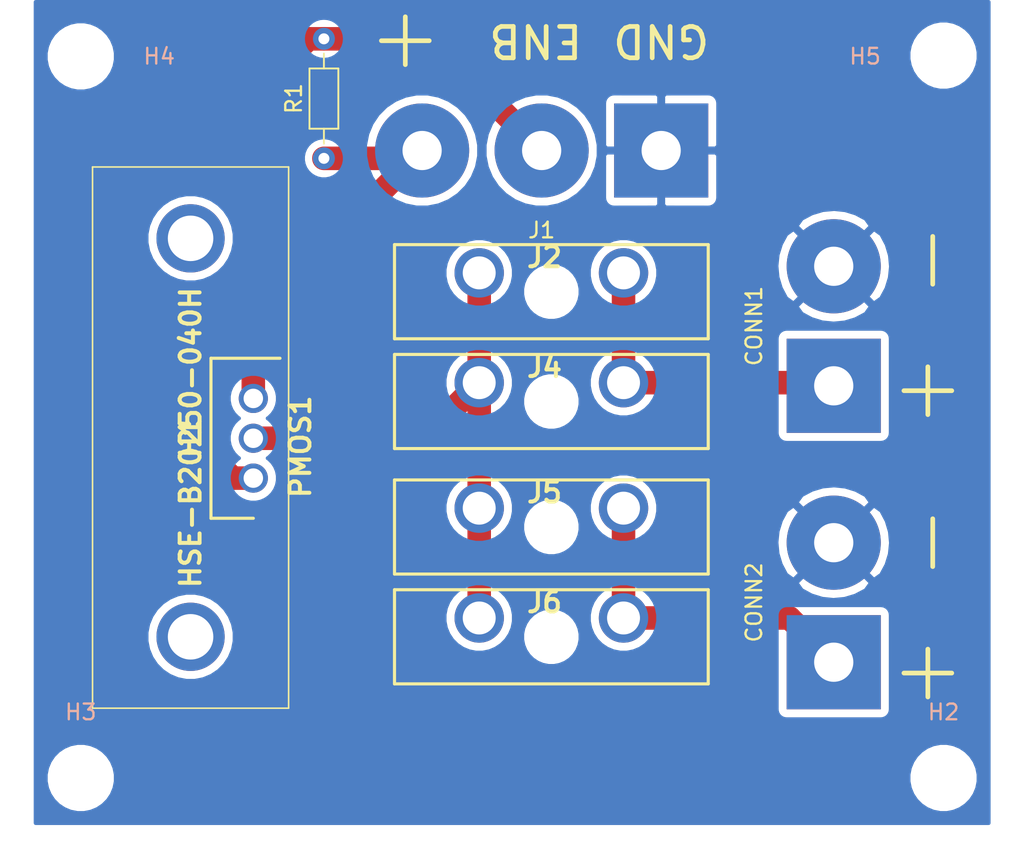
<source format=kicad_pcb>
(kicad_pcb (version 20171130) (host pcbnew "(5.1.4)-1")

  (general
    (thickness 1.6)
    (drawings 7)
    (tracks 25)
    (zones 0)
    (modules 14)
    (nets 9)
  )

  (page A4)
  (layers
    (0 F.Cu signal)
    (31 B.Cu signal)
    (32 B.Adhes user)
    (33 F.Adhes user)
    (34 B.Paste user)
    (35 F.Paste user)
    (36 B.SilkS user)
    (37 F.SilkS user)
    (38 B.Mask user)
    (39 F.Mask user)
    (40 Dwgs.User user)
    (41 Cmts.User user)
    (42 Eco1.User user)
    (43 Eco2.User user)
    (44 Edge.Cuts user)
    (45 Margin user)
    (46 B.CrtYd user)
    (47 F.CrtYd user)
    (48 B.Fab user)
    (49 F.Fab user)
  )

  (setup
    (last_trace_width 1.5)
    (trace_clearance 0.2)
    (zone_clearance 0.508)
    (zone_45_only no)
    (trace_min 0.2)
    (via_size 0.8)
    (via_drill 0.4)
    (via_min_size 0.4)
    (via_min_drill 0.3)
    (uvia_size 0.3)
    (uvia_drill 0.1)
    (uvias_allowed no)
    (uvia_min_size 0.2)
    (uvia_min_drill 0.1)
    (edge_width 0.05)
    (segment_width 0.2)
    (pcb_text_width 0.3)
    (pcb_text_size 1.5 1.5)
    (mod_edge_width 0.12)
    (mod_text_size 1 1)
    (mod_text_width 0.15)
    (pad_size 1.524 1.524)
    (pad_drill 0.762)
    (pad_to_mask_clearance 0.051)
    (solder_mask_min_width 0.25)
    (aux_axis_origin 0 0)
    (visible_elements 7FFFFFFF)
    (pcbplotparams
      (layerselection 0x010fc_ffffffff)
      (usegerberextensions false)
      (usegerberattributes false)
      (usegerberadvancedattributes false)
      (creategerberjobfile false)
      (excludeedgelayer true)
      (linewidth 0.100000)
      (plotframeref false)
      (viasonmask false)
      (mode 1)
      (useauxorigin false)
      (hpglpennumber 1)
      (hpglpenspeed 20)
      (hpglpendiameter 15.000000)
      (psnegative false)
      (psa4output false)
      (plotreference true)
      (plotvalue true)
      (plotinvisibletext false)
      (padsonsilk false)
      (subtractmaskfromsilk false)
      (outputformat 1)
      (mirror false)
      (drillshape 1)
      (scaleselection 1)
      (outputdirectory ""))
  )

  (net 0 "")
  (net 1 GND)
  (net 2 "Net-(CONN1-Pad1)")
  (net 3 "Net-(CONN2-Pad1)")
  (net 4 "Net-(J1-Pad3)")
  (net 5 "Net-(J1-Pad2)")
  (net 6 "Net-(J2-Pad1)")
  (net 7 "Net-(H1-Pad2)")
  (net 8 "Net-(H1-Pad1)")

  (net_class Default "This is the default net class."
    (clearance 0.2)
    (trace_width 1.5)
    (via_dia 0.8)
    (via_drill 0.4)
    (uvia_dia 0.3)
    (uvia_drill 0.1)
    (add_net GND)
    (add_net "Net-(CONN1-Pad1)")
    (add_net "Net-(CONN2-Pad1)")
    (add_net "Net-(H1-Pad1)")
    (add_net "Net-(H1-Pad2)")
    (add_net "Net-(J1-Pad2)")
    (add_net "Net-(J1-Pad3)")
    (add_net "Net-(J2-Pad1)")
  )

  (module Resistor_THT:R_Axial_DIN0204_L3.6mm_D1.6mm_P7.62mm_Horizontal (layer F.Cu) (tedit 5AE5139B) (tstamp 5D9BFCA7)
    (at 129.5 67.5 90)
    (descr "Resistor, Axial_DIN0204 series, Axial, Horizontal, pin pitch=7.62mm, 0.167W, length*diameter=3.6*1.6mm^2, http://cdn-reichelt.de/documents/datenblatt/B400/1_4W%23YAG.pdf")
    (tags "Resistor Axial_DIN0204 series Axial Horizontal pin pitch 7.62mm 0.167W length 3.6mm diameter 1.6mm")
    (path /5D9CA0C3)
    (fp_text reference R1 (at 3.81 -1.92 90) (layer F.SilkS)
      (effects (font (size 1 1) (thickness 0.15)))
    )
    (fp_text value R (at 3.81 1.92 90) (layer F.Fab)
      (effects (font (size 1 1) (thickness 0.15)))
    )
    (fp_text user %R (at 3.81 0 90) (layer F.Fab)
      (effects (font (size 0.72 0.72) (thickness 0.108)))
    )
    (fp_line (start 8.57 -1.05) (end -0.95 -1.05) (layer F.CrtYd) (width 0.05))
    (fp_line (start 8.57 1.05) (end 8.57 -1.05) (layer F.CrtYd) (width 0.05))
    (fp_line (start -0.95 1.05) (end 8.57 1.05) (layer F.CrtYd) (width 0.05))
    (fp_line (start -0.95 -1.05) (end -0.95 1.05) (layer F.CrtYd) (width 0.05))
    (fp_line (start 6.68 0) (end 5.73 0) (layer F.SilkS) (width 0.12))
    (fp_line (start 0.94 0) (end 1.89 0) (layer F.SilkS) (width 0.12))
    (fp_line (start 5.73 -0.92) (end 1.89 -0.92) (layer F.SilkS) (width 0.12))
    (fp_line (start 5.73 0.92) (end 5.73 -0.92) (layer F.SilkS) (width 0.12))
    (fp_line (start 1.89 0.92) (end 5.73 0.92) (layer F.SilkS) (width 0.12))
    (fp_line (start 1.89 -0.92) (end 1.89 0.92) (layer F.SilkS) (width 0.12))
    (fp_line (start 7.62 0) (end 5.61 0) (layer F.Fab) (width 0.1))
    (fp_line (start 0 0) (end 2.01 0) (layer F.Fab) (width 0.1))
    (fp_line (start 5.61 -0.8) (end 2.01 -0.8) (layer F.Fab) (width 0.1))
    (fp_line (start 5.61 0.8) (end 5.61 -0.8) (layer F.Fab) (width 0.1))
    (fp_line (start 2.01 0.8) (end 5.61 0.8) (layer F.Fab) (width 0.1))
    (fp_line (start 2.01 -0.8) (end 2.01 0.8) (layer F.Fab) (width 0.1))
    (pad 2 thru_hole oval (at 7.62 0 90) (size 1.4 1.4) (drill 0.7) (layers *.Cu *.Mask)
      (net 5 "Net-(J1-Pad2)"))
    (pad 1 thru_hole circle (at 0 0 90) (size 1.4 1.4) (drill 0.7) (layers *.Cu *.Mask)
      (net 4 "Net-(J1-Pad3)"))
    (model ${KISYS3DMOD}/Resistor_THT.3dshapes/R_Axial_DIN0204_L3.6mm_D1.6mm_P7.62mm_Horizontal.wrl
      (at (xyz 0 0 0))
      (scale (xyz 1 1 1))
      (rotate (xyz 0 0 0))
    )
  )

  (module MountingHole:MountingHole_3.2mm_M3 (layer F.Cu) (tedit 56D1B4CB) (tstamp 5D9BF146)
    (at 169 60.95)
    (descr "Mounting Hole 3.2mm, no annular, M3")
    (tags "mounting hole 3.2mm no annular m3")
    (path /5D9C15C6)
    (attr virtual)
    (fp_text reference H5 (at -5 0.05) (layer B.SilkS)
      (effects (font (size 1 1) (thickness 0.15)))
    )
    (fp_text value MountingHole (at 0 4.2) (layer F.Fab)
      (effects (font (size 1 1) (thickness 0.15)))
    )
    (fp_circle (center 0 0) (end 3.45 0) (layer F.CrtYd) (width 0.05))
    (fp_circle (center 0 0) (end 3.2 0) (layer Cmts.User) (width 0.15))
    (fp_text user %R (at 0.3 0) (layer F.Fab)
      (effects (font (size 1 1) (thickness 0.15)))
    )
    (pad 1 np_thru_hole circle (at 0 0) (size 3.2 3.2) (drill 3.2) (layers *.Cu *.Mask))
  )

  (module MountingHole:MountingHole_3.2mm_M3 (layer F.Cu) (tedit 56D1B4CB) (tstamp 5D9BF13E)
    (at 114 61)
    (descr "Mounting Hole 3.2mm, no annular, M3")
    (tags "mounting hole 3.2mm no annular m3")
    (path /5D9C0B50)
    (attr virtual)
    (fp_text reference H4 (at 5 0) (layer B.SilkS)
      (effects (font (size 1 1) (thickness 0.15)))
    )
    (fp_text value MountingHole (at 0 4.2) (layer F.Fab)
      (effects (font (size 1 1) (thickness 0.15)))
    )
    (fp_circle (center 0 0) (end 3.45 0) (layer F.CrtYd) (width 0.05))
    (fp_circle (center 0 0) (end 3.2 0) (layer Cmts.User) (width 0.15))
    (fp_text user %R (at 0.3 0) (layer F.Fab)
      (effects (font (size 1 1) (thickness 0.15)))
    )
    (pad 1 np_thru_hole circle (at 0 0) (size 3.2 3.2) (drill 3.2) (layers *.Cu *.Mask))
  )

  (module MountingHole:MountingHole_3.2mm_M3 (layer F.Cu) (tedit 56D1B4CB) (tstamp 5D9BF136)
    (at 114 107)
    (descr "Mounting Hole 3.2mm, no annular, M3")
    (tags "mounting hole 3.2mm no annular m3")
    (path /5D9BF700)
    (attr virtual)
    (fp_text reference H3 (at 0 -4.2) (layer B.SilkS)
      (effects (font (size 1 1) (thickness 0.15)))
    )
    (fp_text value MountingHole (at 0 4.2) (layer F.Fab)
      (effects (font (size 1 1) (thickness 0.15)))
    )
    (fp_circle (center 0 0) (end 3.45 0) (layer F.CrtYd) (width 0.05))
    (fp_circle (center 0 0) (end 3.2 0) (layer Cmts.User) (width 0.15))
    (fp_text user %R (at 0.3 0) (layer F.Fab)
      (effects (font (size 1 1) (thickness 0.15)))
    )
    (pad 1 np_thru_hole circle (at 0 0) (size 3.2 3.2) (drill 3.2) (layers *.Cu *.Mask))
  )

  (module MountingHole:MountingHole_3.2mm_M3 (layer F.Cu) (tedit 56D1B4CB) (tstamp 5D9BF12E)
    (at 169 107)
    (descr "Mounting Hole 3.2mm, no annular, M3")
    (tags "mounting hole 3.2mm no annular m3")
    (path /5D9C0051)
    (attr virtual)
    (fp_text reference H2 (at 0 -4.2) (layer B.SilkS)
      (effects (font (size 1 1) (thickness 0.15)))
    )
    (fp_text value MountingHole (at 0 4.2) (layer F.Fab)
      (effects (font (size 1 1) (thickness 0.15)))
    )
    (fp_circle (center 0 0) (end 3.45 0) (layer F.CrtYd) (width 0.05))
    (fp_circle (center 0 0) (end 3.2 0) (layer Cmts.User) (width 0.15))
    (fp_text user %R (at 0.3 0) (layer F.Fab)
      (effects (font (size 1 1) (thickness 0.15)))
    )
    (pad 1 np_thru_hole circle (at 0 0) (size 3.2 3.2) (drill 3.2) (layers *.Cu *.Mask))
  )

  (module LibraryLoader:HSEB20250040H (layer F.Cu) (tedit 0) (tstamp 5D95A5F5)
    (at 121 98 90)
    (descr HSE-B20250-040H-2)
    (tags Hardware)
    (path /5D9636D1)
    (fp_text reference H1 (at 12.7 0 90) (layer F.SilkS)
      (effects (font (size 1.27 1.27) (thickness 0.254)))
    )
    (fp_text value HSE-B20250-040H (at 12.7 0 90) (layer F.SilkS)
      (effects (font (size 1.27 1.27) (thickness 0.254)))
    )
    (fp_line (start -5.55 7.25) (end -5.55 -7.25) (layer F.CrtYd) (width 0.1))
    (fp_line (start 30.95 7.25) (end -5.55 7.25) (layer F.CrtYd) (width 0.1))
    (fp_line (start 30.95 -7.25) (end 30.95 7.25) (layer F.CrtYd) (width 0.1))
    (fp_line (start -5.55 -7.25) (end 30.95 -7.25) (layer F.CrtYd) (width 0.1))
    (fp_line (start -4.55 6.25) (end -4.55 -6.25) (layer F.SilkS) (width 0.1))
    (fp_line (start 29.95 6.25) (end -4.55 6.25) (layer F.SilkS) (width 0.1))
    (fp_line (start 29.95 -6.25) (end 29.95 6.25) (layer F.SilkS) (width 0.1))
    (fp_line (start -4.55 -6.25) (end 29.95 -6.25) (layer F.SilkS) (width 0.1))
    (fp_line (start -4.55 6.25) (end -4.55 -6.25) (layer F.Fab) (width 0.2))
    (fp_line (start 29.95 6.25) (end -4.55 6.25) (layer F.Fab) (width 0.2))
    (fp_line (start 29.95 -6.25) (end 29.95 6.25) (layer F.Fab) (width 0.2))
    (fp_line (start -4.55 -6.25) (end 29.95 -6.25) (layer F.Fab) (width 0.2))
    (fp_text user %R (at 12.7 0 90) (layer F.Fab)
      (effects (font (size 1.27 1.27) (thickness 0.254)))
    )
    (pad 2 thru_hole circle (at 25.4 0 90) (size 4.35 4.35) (drill 2.9) (layers *.Cu *.Mask)
      (net 7 "Net-(H1-Pad2)"))
    (pad 1 thru_hole circle (at 0 0 90) (size 4.35 4.35) (drill 2.9) (layers *.Cu *.Mask)
      (net 8 "Net-(H1-Pad1)"))
    (model "C:\\Users\\jklei\\KiCad Libs\\SamacSys_Parts.3dshapes\\HSE-B20250-040H.stp"
      (at (xyz 0 0 0))
      (scale (xyz 1 1 1))
      (rotate (xyz 0 0 0))
    )
  )

  (module LibraryLoader:TO254P440X1000X2110-3P (layer F.Cu) (tedit 0) (tstamp 5D954EEF)
    (at 125 87.884 90)
    (descr IPP120P04P4L03AKSA1)
    (tags "MOSFET (P-Channel)")
    (path /5D9583CA)
    (fp_text reference PMOS1 (at 2 3 90) (layer F.SilkS)
      (effects (font (size 1.27 1.27) (thickness 0.254)))
    )
    (fp_text value IPP120P04P4L03AKSA1 (at 0 0 90) (layer F.SilkS) hide
      (effects (font (size 1.27 1.27) (thickness 0.254)))
    )
    (fp_line (start -2.56 -2.7) (end -2.56 0) (layer F.SilkS) (width 0.2))
    (fp_line (start 7.64 -2.7) (end -2.56 -2.7) (layer F.SilkS) (width 0.2))
    (fp_line (start 7.64 1.7) (end 7.64 -2.7) (layer F.SilkS) (width 0.2))
    (fp_line (start -2.56 -1.43) (end -1.29 -2.7) (layer F.Fab) (width 0.1))
    (fp_line (start -2.56 1.7) (end -2.56 -2.7) (layer F.Fab) (width 0.1))
    (fp_line (start 7.64 1.7) (end -2.56 1.7) (layer F.Fab) (width 0.1))
    (fp_line (start 7.64 -2.7) (end 7.64 1.7) (layer F.Fab) (width 0.1))
    (fp_line (start -2.56 -2.7) (end 7.64 -2.7) (layer F.Fab) (width 0.1))
    (fp_line (start -2.81 1.95) (end -2.81 -2.95) (layer F.CrtYd) (width 0.05))
    (fp_line (start 7.89 1.95) (end -2.81 1.95) (layer F.CrtYd) (width 0.05))
    (fp_line (start 7.89 -2.95) (end 7.89 1.95) (layer F.CrtYd) (width 0.05))
    (fp_line (start -2.81 -2.95) (end 7.89 -2.95) (layer F.CrtYd) (width 0.05))
    (fp_text user %R (at 0 0 90) (layer F.Fab)
      (effects (font (size 1.27 1.27) (thickness 0.254)))
    )
    (pad 3 thru_hole circle (at 5.08 0 90) (size 1.86 1.86) (drill 1.24) (layers *.Cu *.Mask)
      (net 4 "Net-(J1-Pad3)"))
    (pad 2 thru_hole circle (at 2.54 0 90) (size 1.86 1.86) (drill 1.24) (layers *.Cu *.Mask)
      (net 6 "Net-(J2-Pad1)"))
    (pad 1 thru_hole circle (at 0 0 90) (size 1.86 1.86) (drill 1.24) (layers *.Cu *.Mask)
      (net 5 "Net-(J1-Pad2)"))
    (model "C:\\Users\\jklei\\KiCad Libs\\SamacSys_Parts.3dshapes\\IPP120P04P4L03AKSA1.stp"
      (at (xyz 0 0 0))
      (scale (xyz 1 1 1))
      (rotate (xyz 0 0 0))
    )
  )

  (module LibraryLoader:178.6164.0002_1 (layer F.Cu) (tedit 0) (tstamp 5D954EDB)
    (at 144 98)
    (descr 178.6164.0002_1)
    (tags Connector)
    (path /5D9583D7)
    (fp_text reference J6 (at -0.437 -2.197) (layer F.SilkS)
      (effects (font (size 1.27 1.27) (thickness 0.254)))
    )
    (fp_text value 178.6164.0002 (at -0.437 -2.197) (layer F.SilkS) hide
      (effects (font (size 1.27 1.27) (thickness 0.254)))
    )
    (fp_line (start -10 3) (end -10 -3) (layer F.Fab) (width 0.2))
    (fp_line (start 10 3) (end -10 3) (layer F.Fab) (width 0.2))
    (fp_line (start 10 -3) (end 10 3) (layer F.Fab) (width 0.2))
    (fp_line (start -10 -3) (end 10 -3) (layer F.Fab) (width 0.2))
    (fp_line (start -10 3) (end -10 -3) (layer F.SilkS) (width 0.2))
    (fp_line (start 10 3) (end -10 3) (layer F.SilkS) (width 0.2))
    (fp_line (start 10 -3) (end 10 3) (layer F.SilkS) (width 0.2))
    (fp_line (start -10 -3) (end 10 -3) (layer F.SilkS) (width 0.2))
    (fp_text user %R (at -0.437 -2.197) (layer F.Fab)
      (effects (font (size 1.27 1.27) (thickness 0.254)))
    )
    (pad 3 np_thru_hole circle (at 0 0) (size 2.45 0) (drill 2.45) (layers *.Cu *.Mask))
    (pad 2 thru_hole circle (at 4.6 -1.2) (size 3.15 3.15) (drill 2.1) (layers *.Cu *.Mask)
      (net 3 "Net-(CONN2-Pad1)"))
    (pad 1 thru_hole circle (at -4.6 -1.2) (size 3.15 3.15) (drill 2.1) (layers *.Cu *.Mask)
      (net 6 "Net-(J2-Pad1)"))
  )

  (module LibraryLoader:178.6164.0002_1 (layer F.Cu) (tedit 0) (tstamp 5D954ECB)
    (at 144 91)
    (descr 178.6164.0002_1)
    (tags Connector)
    (path /5D9583E3)
    (fp_text reference J5 (at -0.437 -2.197) (layer F.SilkS)
      (effects (font (size 1.27 1.27) (thickness 0.254)))
    )
    (fp_text value 178.6164.0002 (at -0.437 -2.197) (layer F.SilkS) hide
      (effects (font (size 1.27 1.27) (thickness 0.254)))
    )
    (fp_line (start -10 3) (end -10 -3) (layer F.Fab) (width 0.2))
    (fp_line (start 10 3) (end -10 3) (layer F.Fab) (width 0.2))
    (fp_line (start 10 -3) (end 10 3) (layer F.Fab) (width 0.2))
    (fp_line (start -10 -3) (end 10 -3) (layer F.Fab) (width 0.2))
    (fp_line (start -10 3) (end -10 -3) (layer F.SilkS) (width 0.2))
    (fp_line (start 10 3) (end -10 3) (layer F.SilkS) (width 0.2))
    (fp_line (start 10 -3) (end 10 3) (layer F.SilkS) (width 0.2))
    (fp_line (start -10 -3) (end 10 -3) (layer F.SilkS) (width 0.2))
    (fp_text user %R (at -0.437 -2.197) (layer F.Fab)
      (effects (font (size 1.27 1.27) (thickness 0.254)))
    )
    (pad 3 np_thru_hole circle (at 0 0) (size 2.45 0) (drill 2.45) (layers *.Cu *.Mask))
    (pad 2 thru_hole circle (at 4.6 -1.2) (size 3.15 3.15) (drill 2.1) (layers *.Cu *.Mask)
      (net 3 "Net-(CONN2-Pad1)"))
    (pad 1 thru_hole circle (at -4.6 -1.2) (size 3.15 3.15) (drill 2.1) (layers *.Cu *.Mask)
      (net 6 "Net-(J2-Pad1)"))
  )

  (module LibraryLoader:178.6164.0002_1 (layer F.Cu) (tedit 0) (tstamp 5D954EBB)
    (at 144 83)
    (descr 178.6164.0002_1)
    (tags Connector)
    (path /5D9583EF)
    (fp_text reference J4 (at -0.437 -2.197) (layer F.SilkS)
      (effects (font (size 1.27 1.27) (thickness 0.254)))
    )
    (fp_text value 178.6164.0002 (at -0.437 -2.197) (layer F.SilkS) hide
      (effects (font (size 1.27 1.27) (thickness 0.254)))
    )
    (fp_line (start -10 3) (end -10 -3) (layer F.Fab) (width 0.2))
    (fp_line (start 10 3) (end -10 3) (layer F.Fab) (width 0.2))
    (fp_line (start 10 -3) (end 10 3) (layer F.Fab) (width 0.2))
    (fp_line (start -10 -3) (end 10 -3) (layer F.Fab) (width 0.2))
    (fp_line (start -10 3) (end -10 -3) (layer F.SilkS) (width 0.2))
    (fp_line (start 10 3) (end -10 3) (layer F.SilkS) (width 0.2))
    (fp_line (start 10 -3) (end 10 3) (layer F.SilkS) (width 0.2))
    (fp_line (start -10 -3) (end 10 -3) (layer F.SilkS) (width 0.2))
    (fp_text user %R (at -0.437 -2.197) (layer F.Fab)
      (effects (font (size 1.27 1.27) (thickness 0.254)))
    )
    (pad 3 np_thru_hole circle (at 0 0) (size 2.45 0) (drill 2.45) (layers *.Cu *.Mask))
    (pad 2 thru_hole circle (at 4.6 -1.2) (size 3.15 3.15) (drill 2.1) (layers *.Cu *.Mask)
      (net 2 "Net-(CONN1-Pad1)"))
    (pad 1 thru_hole circle (at -4.6 -1.2) (size 3.15 3.15) (drill 2.1) (layers *.Cu *.Mask)
      (net 6 "Net-(J2-Pad1)"))
  )

  (module LibraryLoader:178.6164.0002_1 (layer F.Cu) (tedit 0) (tstamp 5D954E9F)
    (at 144 76)
    (descr 178.6164.0002_1)
    (tags Connector)
    (path /5D9583FB)
    (fp_text reference J2 (at -0.437 -2.197) (layer F.SilkS)
      (effects (font (size 1.27 1.27) (thickness 0.254)))
    )
    (fp_text value 178.6164.0002 (at -0.437 -2.197) (layer F.SilkS) hide
      (effects (font (size 1.27 1.27) (thickness 0.254)))
    )
    (fp_line (start -10 3) (end -10 -3) (layer F.Fab) (width 0.2))
    (fp_line (start 10 3) (end -10 3) (layer F.Fab) (width 0.2))
    (fp_line (start 10 -3) (end 10 3) (layer F.Fab) (width 0.2))
    (fp_line (start -10 -3) (end 10 -3) (layer F.Fab) (width 0.2))
    (fp_line (start -10 3) (end -10 -3) (layer F.SilkS) (width 0.2))
    (fp_line (start 10 3) (end -10 3) (layer F.SilkS) (width 0.2))
    (fp_line (start 10 -3) (end 10 3) (layer F.SilkS) (width 0.2))
    (fp_line (start -10 -3) (end 10 -3) (layer F.SilkS) (width 0.2))
    (fp_text user %R (at -0.437 -2.197) (layer F.Fab)
      (effects (font (size 1.27 1.27) (thickness 0.254)))
    )
    (pad 3 np_thru_hole circle (at 0 0) (size 2.45 0) (drill 2.45) (layers *.Cu *.Mask))
    (pad 2 thru_hole circle (at 4.6 -1.2) (size 3.15 3.15) (drill 2.1) (layers *.Cu *.Mask)
      (net 2 "Net-(CONN1-Pad1)"))
    (pad 1 thru_hole circle (at -4.6 -1.2) (size 3.15 3.15) (drill 2.1) (layers *.Cu *.Mask)
      (net 6 "Net-(J2-Pad1)"))
  )

  (module Connector_Wire:SolderWirePad_1x03_P7.62mm_Drill2.5mm (layer F.Cu) (tedit 5AEE5F9C) (tstamp 5D954E8F)
    (at 151 67 180)
    (descr "Wire solder connection")
    (tags connector)
    (path /5D955CA9)
    (attr virtual)
    (fp_text reference J1 (at 7.62 -5.08) (layer F.SilkS)
      (effects (font (size 1 1) (thickness 0.15)))
    )
    (fp_text value Conn_01x03 (at 7.62 4.445) (layer F.Fab)
      (effects (font (size 1 1) (thickness 0.15)))
    )
    (fp_line (start 18.74 3.5) (end -3.5 3.5) (layer F.CrtYd) (width 0.05))
    (fp_line (start 18.74 3.5) (end 18.74 -3.5) (layer F.CrtYd) (width 0.05))
    (fp_line (start -3.5 -3.5) (end -3.5 3.5) (layer F.CrtYd) (width 0.05))
    (fp_line (start -3.5 -3.5) (end 18.74 -3.5) (layer F.CrtYd) (width 0.05))
    (fp_text user %R (at 7.62 0) (layer F.Fab)
      (effects (font (size 1 1) (thickness 0.15)))
    )
    (pad 3 thru_hole circle (at 15.24 0 180) (size 5.99948 5.99948) (drill 2.49936) (layers *.Cu *.Mask)
      (net 4 "Net-(J1-Pad3)"))
    (pad 2 thru_hole circle (at 7.62 0 180) (size 5.99948 5.99948) (drill 2.49936) (layers *.Cu *.Mask)
      (net 5 "Net-(J1-Pad2)"))
    (pad 1 thru_hole rect (at 0 0 180) (size 5.99948 5.99948) (drill 2.49936) (layers *.Cu *.Mask)
      (net 1 GND))
  )

  (module Connector_Wire:SolderWirePad_1x02_P7.62mm_Drill2.5mm (layer F.Cu) (tedit 5AEE5F2F) (tstamp 5D954E83)
    (at 162 99.62 90)
    (descr "Wire solder connection")
    (tags connector)
    (path /5D958410)
    (attr virtual)
    (fp_text reference CONN2 (at 3.81 -5.08 90) (layer F.SilkS)
      (effects (font (size 1 1) (thickness 0.15)))
    )
    (fp_text value Conn_01x02 (at 3.81 4.445 90) (layer F.Fab)
      (effects (font (size 1 1) (thickness 0.15)))
    )
    (fp_line (start 11.12 3.5) (end -3.5 3.5) (layer F.CrtYd) (width 0.05))
    (fp_line (start 11.12 3.5) (end 11.12 -3.5) (layer F.CrtYd) (width 0.05))
    (fp_line (start -3.5 -3.5) (end -3.5 3.5) (layer F.CrtYd) (width 0.05))
    (fp_line (start -3.5 -3.5) (end 11.12 -3.5) (layer F.CrtYd) (width 0.05))
    (fp_text user %R (at 3.81 0 90) (layer F.Fab)
      (effects (font (size 1 1) (thickness 0.15)))
    )
    (pad 2 thru_hole circle (at 7.62 0 90) (size 5.99948 5.99948) (drill 2.49936) (layers *.Cu *.Mask)
      (net 1 GND))
    (pad 1 thru_hole rect (at 0 0 90) (size 5.99948 5.99948) (drill 2.49936) (layers *.Cu *.Mask)
      (net 3 "Net-(CONN2-Pad1)"))
  )

  (module Connector_Wire:SolderWirePad_1x02_P7.62mm_Drill2.5mm (layer F.Cu) (tedit 5AEE5F2F) (tstamp 5D954E78)
    (at 162 82 90)
    (descr "Wire solder connection")
    (tags connector)
    (path /5D958418)
    (attr virtual)
    (fp_text reference CONN1 (at 3.81 -5.08 90) (layer F.SilkS)
      (effects (font (size 1 1) (thickness 0.15)))
    )
    (fp_text value Conn_01x02 (at 3.81 4.445 90) (layer F.Fab)
      (effects (font (size 1 1) (thickness 0.15)))
    )
    (fp_line (start 11.12 3.5) (end -3.5 3.5) (layer F.CrtYd) (width 0.05))
    (fp_line (start 11.12 3.5) (end 11.12 -3.5) (layer F.CrtYd) (width 0.05))
    (fp_line (start -3.5 -3.5) (end -3.5 3.5) (layer F.CrtYd) (width 0.05))
    (fp_line (start -3.5 -3.5) (end 11.12 -3.5) (layer F.CrtYd) (width 0.05))
    (fp_text user %R (at 3.81 0 90) (layer F.Fab)
      (effects (font (size 1 1) (thickness 0.15)))
    )
    (pad 2 thru_hole circle (at 7.62 0 90) (size 5.99948 5.99948) (drill 2.49936) (layers *.Cu *.Mask)
      (net 1 GND))
    (pad 1 thru_hole rect (at 0 0 90) (size 5.99948 5.99948) (drill 2.49936) (layers *.Cu *.Mask)
      (net 2 "Net-(CONN1-Pad1)"))
  )

  (gr_text ENB (at 143 60 180) (layer F.SilkS) (tstamp 5D95B2DC)
    (effects (font (size 2 2) (thickness 0.3)))
  )
  (gr_text GND (at 151 60 180) (layer F.SilkS) (tstamp 5D95B2DB)
    (effects (font (size 2 2) (thickness 0.3)))
  )
  (gr_text + (at 135 60 270) (layer F.SilkS) (tstamp 5D95B2DA)
    (effects (font (size 4 4) (thickness 0.3)))
  )
  (gr_text + (at 168 82) (layer F.SilkS) (tstamp 5D95B1FC)
    (effects (font (size 4 4) (thickness 0.3)))
  )
  (gr_text - (at 168 74 90) (layer F.SilkS) (tstamp 5D95B1FB)
    (effects (font (size 4 4) (thickness 0.3)))
  )
  (gr_text - (at 168 92 90) (layer F.SilkS)
    (effects (font (size 4 4) (thickness 0.3)))
  )
  (gr_text + (at 168 100) (layer F.SilkS)
    (effects (font (size 4 4) (thickness 0.3)))
  )

  (segment (start 148.6 74.8) (end 148.6 81.8) (width 1.5) (layer F.Cu) (net 2))
  (segment (start 161.8 81.8) (end 162 82) (width 1.5) (layer F.Cu) (net 2))
  (segment (start 148.6 81.8) (end 161.8 81.8) (width 1.5) (layer F.Cu) (net 2))
  (segment (start 159.18 96.8) (end 162 99.62) (width 1.5) (layer F.Cu) (net 3))
  (segment (start 148.6 96.8) (end 159.18 96.8) (width 1.5) (layer F.Cu) (net 3))
  (segment (start 148.6 89.8) (end 148.6 96.8) (width 1.5) (layer F.Cu) (net 3))
  (segment (start 135.26 67.5) (end 135.76 67) (width 1.5) (layer F.Cu) (net 4))
  (segment (start 129.5 67.5) (end 135.26 67.5) (width 1.5) (layer F.Cu) (net 4))
  (segment (start 125 77.76) (end 125 82.804) (width 1.5) (layer F.Cu) (net 4))
  (segment (start 135.76 67) (end 125 77.76) (width 1.5) (layer F.Cu) (net 4))
  (segment (start 136.26 59.88) (end 129.5 59.88) (width 1.5) (layer F.Cu) (net 5))
  (segment (start 143.38 67) (end 136.26 59.88) (width 1.5) (layer F.Cu) (net 5))
  (segment (start 125 63.390051) (end 125 74) (width 1.5) (layer F.Cu) (net 5))
  (segment (start 129.5 59.88) (end 128.510051 59.88) (width 1.5) (layer F.Cu) (net 5))
  (segment (start 128.510051 59.88) (end 125 63.390051) (width 1.5) (layer F.Cu) (net 5))
  (segment (start 125 74) (end 120 79) (width 1.5) (layer F.Cu) (net 5))
  (segment (start 123.684782 87.884) (end 125 87.884) (width 1.5) (layer F.Cu) (net 5))
  (segment (start 120 84.199218) (end 123.684782 87.884) (width 1.5) (layer F.Cu) (net 5))
  (segment (start 120 79) (end 120 84.199218) (width 1.5) (layer F.Cu) (net 5))
  (segment (start 139.4 89.8) (end 139.4 96.8) (width 1.5) (layer F.Cu) (net 6))
  (segment (start 139.4 74.8) (end 139.4 81.8) (width 1.5) (layer F.Cu) (net 6))
  (segment (start 139.4 81.8) (end 139.4 89.8) (width 1.5) (layer F.Cu) (net 6))
  (segment (start 135.856 85.344) (end 139.4 81.8) (width 1.5) (layer F.Cu) (net 6))
  (segment (start 128 85.344) (end 135.856 85.344) (width 1.5) (layer F.Cu) (net 6))
  (segment (start 128 85.344) (end 125 85.344) (width 1.5) (layer F.Cu) (net 6))

  (zone (net 1) (net_name GND) (layer B.Cu) (tstamp 0) (hatch edge 0.508)
    (connect_pads (clearance 0.508))
    (min_thickness 0.254)
    (fill yes (arc_segments 32) (thermal_gap 0.508) (thermal_bridge_width 0.508))
    (polygon
      (pts
        (xy 111 57.405025) (xy 172 57.405025) (xy 172 110) (xy 111 110)
      )
    )
    (filled_polygon
      (pts
        (xy 171.873 109.873) (xy 111.127 109.873) (xy 111.127 106.779872) (xy 111.765 106.779872) (xy 111.765 107.220128)
        (xy 111.85089 107.651925) (xy 112.019369 108.058669) (xy 112.263962 108.424729) (xy 112.575271 108.736038) (xy 112.941331 108.980631)
        (xy 113.348075 109.14911) (xy 113.779872 109.235) (xy 114.220128 109.235) (xy 114.651925 109.14911) (xy 115.058669 108.980631)
        (xy 115.424729 108.736038) (xy 115.736038 108.424729) (xy 115.980631 108.058669) (xy 116.14911 107.651925) (xy 116.235 107.220128)
        (xy 116.235 106.779872) (xy 166.765 106.779872) (xy 166.765 107.220128) (xy 166.85089 107.651925) (xy 167.019369 108.058669)
        (xy 167.263962 108.424729) (xy 167.575271 108.736038) (xy 167.941331 108.980631) (xy 168.348075 109.14911) (xy 168.779872 109.235)
        (xy 169.220128 109.235) (xy 169.651925 109.14911) (xy 170.058669 108.980631) (xy 170.424729 108.736038) (xy 170.736038 108.424729)
        (xy 170.980631 108.058669) (xy 171.14911 107.651925) (xy 171.235 107.220128) (xy 171.235 106.779872) (xy 171.14911 106.348075)
        (xy 170.980631 105.941331) (xy 170.736038 105.575271) (xy 170.424729 105.263962) (xy 170.058669 105.019369) (xy 169.651925 104.85089)
        (xy 169.220128 104.765) (xy 168.779872 104.765) (xy 168.348075 104.85089) (xy 167.941331 105.019369) (xy 167.575271 105.263962)
        (xy 167.263962 105.575271) (xy 167.019369 105.941331) (xy 166.85089 106.348075) (xy 166.765 106.779872) (xy 116.235 106.779872)
        (xy 116.14911 106.348075) (xy 115.980631 105.941331) (xy 115.736038 105.575271) (xy 115.424729 105.263962) (xy 115.058669 105.019369)
        (xy 114.651925 104.85089) (xy 114.220128 104.765) (xy 113.779872 104.765) (xy 113.348075 104.85089) (xy 112.941331 105.019369)
        (xy 112.575271 105.263962) (xy 112.263962 105.575271) (xy 112.019369 105.941331) (xy 111.85089 106.348075) (xy 111.765 106.779872)
        (xy 111.127 106.779872) (xy 111.127 97.723239) (xy 118.19 97.723239) (xy 118.19 98.276761) (xy 118.297987 98.819647)
        (xy 118.509811 99.331034) (xy 118.817331 99.79127) (xy 119.20873 100.182669) (xy 119.668966 100.490189) (xy 120.180353 100.702013)
        (xy 120.723239 100.81) (xy 121.276761 100.81) (xy 121.819647 100.702013) (xy 122.331034 100.490189) (xy 122.79127 100.182669)
        (xy 123.182669 99.79127) (xy 123.490189 99.331034) (xy 123.702013 98.819647) (xy 123.81 98.276761) (xy 123.81 97.723239)
        (xy 123.702013 97.180353) (xy 123.490189 96.668966) (xy 123.432304 96.582334) (xy 137.19 96.582334) (xy 137.19 97.017666)
        (xy 137.274929 97.444633) (xy 137.441524 97.846827) (xy 137.683381 98.208793) (xy 137.991207 98.516619) (xy 138.353173 98.758476)
        (xy 138.755367 98.925071) (xy 139.182334 99.01) (xy 139.617666 99.01) (xy 140.044633 98.925071) (xy 140.446827 98.758476)
        (xy 140.808793 98.516619) (xy 141.116619 98.208793) (xy 141.358476 97.846827) (xy 141.370911 97.816806) (xy 142.14 97.816806)
        (xy 142.14 98.183194) (xy 142.211479 98.542542) (xy 142.351689 98.881041) (xy 142.555243 99.185681) (xy 142.814319 99.444757)
        (xy 143.118959 99.648311) (xy 143.457458 99.788521) (xy 143.816806 99.86) (xy 144.183194 99.86) (xy 144.542542 99.788521)
        (xy 144.881041 99.648311) (xy 145.185681 99.444757) (xy 145.444757 99.185681) (xy 145.648311 98.881041) (xy 145.788521 98.542542)
        (xy 145.86 98.183194) (xy 145.86 97.816806) (xy 145.788521 97.457458) (xy 145.648311 97.118959) (xy 145.444757 96.814319)
        (xy 145.212772 96.582334) (xy 146.39 96.582334) (xy 146.39 97.017666) (xy 146.474929 97.444633) (xy 146.641524 97.846827)
        (xy 146.883381 98.208793) (xy 147.191207 98.516619) (xy 147.553173 98.758476) (xy 147.955367 98.925071) (xy 148.382334 99.01)
        (xy 148.817666 99.01) (xy 149.244633 98.925071) (xy 149.646827 98.758476) (xy 150.008793 98.516619) (xy 150.316619 98.208793)
        (xy 150.558476 97.846827) (xy 150.725071 97.444633) (xy 150.81 97.017666) (xy 150.81 96.62026) (xy 158.362188 96.62026)
        (xy 158.362188 102.61974) (xy 158.374448 102.744222) (xy 158.410758 102.86392) (xy 158.469723 102.974234) (xy 158.549075 103.070925)
        (xy 158.645766 103.150277) (xy 158.75608 103.209242) (xy 158.875778 103.245552) (xy 159.00026 103.257812) (xy 164.99974 103.257812)
        (xy 165.124222 103.245552) (xy 165.24392 103.209242) (xy 165.354234 103.150277) (xy 165.450925 103.070925) (xy 165.530277 102.974234)
        (xy 165.589242 102.86392) (xy 165.625552 102.744222) (xy 165.637812 102.61974) (xy 165.637812 96.62026) (xy 165.625552 96.495778)
        (xy 165.589242 96.37608) (xy 165.530277 96.265766) (xy 165.450925 96.169075) (xy 165.354234 96.089723) (xy 165.24392 96.030758)
        (xy 165.124222 95.994448) (xy 164.99974 95.982188) (xy 159.00026 95.982188) (xy 158.875778 95.994448) (xy 158.75608 96.030758)
        (xy 158.645766 96.089723) (xy 158.549075 96.169075) (xy 158.469723 96.265766) (xy 158.410758 96.37608) (xy 158.374448 96.495778)
        (xy 158.362188 96.62026) (xy 150.81 96.62026) (xy 150.81 96.582334) (xy 150.725071 96.155367) (xy 150.558476 95.753173)
        (xy 150.316619 95.391207) (xy 150.008793 95.083381) (xy 149.646827 94.841524) (xy 149.244633 94.674929) (xy 148.817666 94.59)
        (xy 148.382334 94.59) (xy 147.955367 94.674929) (xy 147.553173 94.841524) (xy 147.191207 95.083381) (xy 146.883381 95.391207)
        (xy 146.641524 95.753173) (xy 146.474929 96.155367) (xy 146.39 96.582334) (xy 145.212772 96.582334) (xy 145.185681 96.555243)
        (xy 144.881041 96.351689) (xy 144.542542 96.211479) (xy 144.183194 96.14) (xy 143.816806 96.14) (xy 143.457458 96.211479)
        (xy 143.118959 96.351689) (xy 142.814319 96.555243) (xy 142.555243 96.814319) (xy 142.351689 97.118959) (xy 142.211479 97.457458)
        (xy 142.14 97.816806) (xy 141.370911 97.816806) (xy 141.525071 97.444633) (xy 141.61 97.017666) (xy 141.61 96.582334)
        (xy 141.525071 96.155367) (xy 141.358476 95.753173) (xy 141.116619 95.391207) (xy 140.808793 95.083381) (xy 140.446827 94.841524)
        (xy 140.044633 94.674929) (xy 139.617666 94.59) (xy 139.182334 94.59) (xy 138.755367 94.674929) (xy 138.353173 94.841524)
        (xy 137.991207 95.083381) (xy 137.683381 95.391207) (xy 137.441524 95.753173) (xy 137.274929 96.155367) (xy 137.19 96.582334)
        (xy 123.432304 96.582334) (xy 123.182669 96.20873) (xy 122.79127 95.817331) (xy 122.331034 95.509811) (xy 121.819647 95.297987)
        (xy 121.276761 95.19) (xy 120.723239 95.19) (xy 120.180353 95.297987) (xy 119.668966 95.509811) (xy 119.20873 95.817331)
        (xy 118.817331 96.20873) (xy 118.509811 96.668966) (xy 118.297987 97.180353) (xy 118.19 97.723239) (xy 111.127 97.723239)
        (xy 111.127 94.558502) (xy 159.621103 94.558502) (xy 159.95726 95.027657) (xy 160.587177 95.368) (xy 161.271388 95.578913)
        (xy 161.983599 95.65229) (xy 162.696441 95.585311) (xy 163.382518 95.380552) (xy 164.015466 95.045879) (xy 164.04274 95.027657)
        (xy 164.378897 94.558502) (xy 162 92.179605) (xy 159.621103 94.558502) (xy 111.127 94.558502) (xy 111.127 89.582334)
        (xy 137.19 89.582334) (xy 137.19 90.017666) (xy 137.274929 90.444633) (xy 137.441524 90.846827) (xy 137.683381 91.208793)
        (xy 137.991207 91.516619) (xy 138.353173 91.758476) (xy 138.755367 91.925071) (xy 139.182334 92.01) (xy 139.617666 92.01)
        (xy 140.044633 91.925071) (xy 140.446827 91.758476) (xy 140.808793 91.516619) (xy 141.116619 91.208793) (xy 141.358476 90.846827)
        (xy 141.370911 90.816806) (xy 142.14 90.816806) (xy 142.14 91.183194) (xy 142.211479 91.542542) (xy 142.351689 91.881041)
        (xy 142.555243 92.185681) (xy 142.814319 92.444757) (xy 143.118959 92.648311) (xy 143.457458 92.788521) (xy 143.816806 92.86)
        (xy 144.183194 92.86) (xy 144.542542 92.788521) (xy 144.881041 92.648311) (xy 145.185681 92.444757) (xy 145.444757 92.185681)
        (xy 145.648311 91.881041) (xy 145.788521 91.542542) (xy 145.86 91.183194) (xy 145.86 90.816806) (xy 145.788521 90.457458)
        (xy 145.648311 90.118959) (xy 145.444757 89.814319) (xy 145.212772 89.582334) (xy 146.39 89.582334) (xy 146.39 90.017666)
        (xy 146.474929 90.444633) (xy 146.641524 90.846827) (xy 146.883381 91.208793) (xy 147.191207 91.516619) (xy 147.553173 91.758476)
        (xy 147.955367 91.925071) (xy 148.382334 92.01) (xy 148.817666 92.01) (xy 148.950392 91.983599) (xy 158.34771 91.983599)
        (xy 158.414689 92.696441) (xy 158.619448 93.382518) (xy 158.954121 94.015466) (xy 158.972343 94.04274) (xy 159.441498 94.378897)
        (xy 161.820395 92) (xy 162.179605 92) (xy 164.558502 94.378897) (xy 165.027657 94.04274) (xy 165.368 93.412823)
        (xy 165.578913 92.728612) (xy 165.65229 92.016401) (xy 165.585311 91.303559) (xy 165.380552 90.617482) (xy 165.045879 89.984534)
        (xy 165.027657 89.95726) (xy 164.558502 89.621103) (xy 162.179605 92) (xy 161.820395 92) (xy 159.441498 89.621103)
        (xy 158.972343 89.95726) (xy 158.632 90.587177) (xy 158.421087 91.271388) (xy 158.34771 91.983599) (xy 148.950392 91.983599)
        (xy 149.244633 91.925071) (xy 149.646827 91.758476) (xy 150.008793 91.516619) (xy 150.316619 91.208793) (xy 150.558476 90.846827)
        (xy 150.725071 90.444633) (xy 150.81 90.017666) (xy 150.81 89.582334) (xy 150.781986 89.441498) (xy 159.621103 89.441498)
        (xy 162 91.820395) (xy 164.378897 89.441498) (xy 164.04274 88.972343) (xy 163.412823 88.632) (xy 162.728612 88.421087)
        (xy 162.016401 88.34771) (xy 161.303559 88.414689) (xy 160.617482 88.619448) (xy 159.984534 88.954121) (xy 159.95726 88.972343)
        (xy 159.621103 89.441498) (xy 150.781986 89.441498) (xy 150.725071 89.155367) (xy 150.558476 88.753173) (xy 150.316619 88.391207)
        (xy 150.008793 88.083381) (xy 149.646827 87.841524) (xy 149.244633 87.674929) (xy 148.817666 87.59) (xy 148.382334 87.59)
        (xy 147.955367 87.674929) (xy 147.553173 87.841524) (xy 147.191207 88.083381) (xy 146.883381 88.391207) (xy 146.641524 88.753173)
        (xy 146.474929 89.155367) (xy 146.39 89.582334) (xy 145.212772 89.582334) (xy 145.185681 89.555243) (xy 144.881041 89.351689)
        (xy 144.542542 89.211479) (xy 144.183194 89.14) (xy 143.816806 89.14) (xy 143.457458 89.211479) (xy 143.118959 89.351689)
        (xy 142.814319 89.555243) (xy 142.555243 89.814319) (xy 142.351689 90.118959) (xy 142.211479 90.457458) (xy 142.14 90.816806)
        (xy 141.370911 90.816806) (xy 141.525071 90.444633) (xy 141.61 90.017666) (xy 141.61 89.582334) (xy 141.525071 89.155367)
        (xy 141.358476 88.753173) (xy 141.116619 88.391207) (xy 140.808793 88.083381) (xy 140.446827 87.841524) (xy 140.044633 87.674929)
        (xy 139.617666 87.59) (xy 139.182334 87.59) (xy 138.755367 87.674929) (xy 138.353173 87.841524) (xy 137.991207 88.083381)
        (xy 137.683381 88.391207) (xy 137.441524 88.753173) (xy 137.274929 89.155367) (xy 137.19 89.582334) (xy 111.127 89.582334)
        (xy 111.127 82.649861) (xy 123.435 82.649861) (xy 123.435 82.958139) (xy 123.495142 83.260494) (xy 123.613115 83.545305)
        (xy 123.784385 83.801629) (xy 124.002371 84.019615) (xy 124.083764 84.074) (xy 124.002371 84.128385) (xy 123.784385 84.346371)
        (xy 123.613115 84.602695) (xy 123.495142 84.887506) (xy 123.435 85.189861) (xy 123.435 85.498139) (xy 123.495142 85.800494)
        (xy 123.613115 86.085305) (xy 123.784385 86.341629) (xy 124.002371 86.559615) (xy 124.083764 86.614) (xy 124.002371 86.668385)
        (xy 123.784385 86.886371) (xy 123.613115 87.142695) (xy 123.495142 87.427506) (xy 123.435 87.729861) (xy 123.435 88.038139)
        (xy 123.495142 88.340494) (xy 123.613115 88.625305) (xy 123.784385 88.881629) (xy 124.002371 89.099615) (xy 124.258695 89.270885)
        (xy 124.543506 89.388858) (xy 124.845861 89.449) (xy 125.154139 89.449) (xy 125.456494 89.388858) (xy 125.741305 89.270885)
        (xy 125.997629 89.099615) (xy 126.215615 88.881629) (xy 126.386885 88.625305) (xy 126.504858 88.340494) (xy 126.565 88.038139)
        (xy 126.565 87.729861) (xy 126.504858 87.427506) (xy 126.386885 87.142695) (xy 126.215615 86.886371) (xy 125.997629 86.668385)
        (xy 125.916236 86.614) (xy 125.997629 86.559615) (xy 126.215615 86.341629) (xy 126.386885 86.085305) (xy 126.504858 85.800494)
        (xy 126.565 85.498139) (xy 126.565 85.189861) (xy 126.504858 84.887506) (xy 126.386885 84.602695) (xy 126.215615 84.346371)
        (xy 125.997629 84.128385) (xy 125.916236 84.074) (xy 125.997629 84.019615) (xy 126.215615 83.801629) (xy 126.386885 83.545305)
        (xy 126.504858 83.260494) (xy 126.565 82.958139) (xy 126.565 82.649861) (xy 126.504858 82.347506) (xy 126.386885 82.062695)
        (xy 126.215615 81.806371) (xy 125.997629 81.588385) (xy 125.988574 81.582334) (xy 137.19 81.582334) (xy 137.19 82.017666)
        (xy 137.274929 82.444633) (xy 137.441524 82.846827) (xy 137.683381 83.208793) (xy 137.991207 83.516619) (xy 138.353173 83.758476)
        (xy 138.755367 83.925071) (xy 139.182334 84.01) (xy 139.617666 84.01) (xy 140.044633 83.925071) (xy 140.446827 83.758476)
        (xy 140.808793 83.516619) (xy 141.116619 83.208793) (xy 141.358476 82.846827) (xy 141.370911 82.816806) (xy 142.14 82.816806)
        (xy 142.14 83.183194) (xy 142.211479 83.542542) (xy 142.351689 83.881041) (xy 142.555243 84.185681) (xy 142.814319 84.444757)
        (xy 143.118959 84.648311) (xy 143.457458 84.788521) (xy 143.816806 84.86) (xy 144.183194 84.86) (xy 144.542542 84.788521)
        (xy 144.881041 84.648311) (xy 145.185681 84.444757) (xy 145.444757 84.185681) (xy 145.648311 83.881041) (xy 145.788521 83.542542)
        (xy 145.86 83.183194) (xy 145.86 82.816806) (xy 145.788521 82.457458) (xy 145.648311 82.118959) (xy 145.444757 81.814319)
        (xy 145.212772 81.582334) (xy 146.39 81.582334) (xy 146.39 82.017666) (xy 146.474929 82.444633) (xy 146.641524 82.846827)
        (xy 146.883381 83.208793) (xy 147.191207 83.516619) (xy 147.553173 83.758476) (xy 147.955367 83.925071) (xy 148.382334 84.01)
        (xy 148.817666 84.01) (xy 149.244633 83.925071) (xy 149.646827 83.758476) (xy 150.008793 83.516619) (xy 150.316619 83.208793)
        (xy 150.558476 82.846827) (xy 150.725071 82.444633) (xy 150.81 82.017666) (xy 150.81 81.582334) (xy 150.725071 81.155367)
        (xy 150.558476 80.753173) (xy 150.316619 80.391207) (xy 150.008793 80.083381) (xy 149.646827 79.841524) (xy 149.244633 79.674929)
        (xy 148.817666 79.59) (xy 148.382334 79.59) (xy 147.955367 79.674929) (xy 147.553173 79.841524) (xy 147.191207 80.083381)
        (xy 146.883381 80.391207) (xy 146.641524 80.753173) (xy 146.474929 81.155367) (xy 146.39 81.582334) (xy 145.212772 81.582334)
        (xy 145.185681 81.555243) (xy 144.881041 81.351689) (xy 144.542542 81.211479) (xy 144.183194 81.14) (xy 143.816806 81.14)
        (xy 143.457458 81.211479) (xy 143.118959 81.351689) (xy 142.814319 81.555243) (xy 142.555243 81.814319) (xy 142.351689 82.118959)
        (xy 142.211479 82.457458) (xy 142.14 82.816806) (xy 141.370911 82.816806) (xy 141.525071 82.444633) (xy 141.61 82.017666)
        (xy 141.61 81.582334) (xy 141.525071 81.155367) (xy 141.358476 80.753173) (xy 141.116619 80.391207) (xy 140.808793 80.083381)
        (xy 140.446827 79.841524) (xy 140.044633 79.674929) (xy 139.617666 79.59) (xy 139.182334 79.59) (xy 138.755367 79.674929)
        (xy 138.353173 79.841524) (xy 137.991207 80.083381) (xy 137.683381 80.391207) (xy 137.441524 80.753173) (xy 137.274929 81.155367)
        (xy 137.19 81.582334) (xy 125.988574 81.582334) (xy 125.741305 81.417115) (xy 125.456494 81.299142) (xy 125.154139 81.239)
        (xy 124.845861 81.239) (xy 124.543506 81.299142) (xy 124.258695 81.417115) (xy 124.002371 81.588385) (xy 123.784385 81.806371)
        (xy 123.613115 82.062695) (xy 123.495142 82.347506) (xy 123.435 82.649861) (xy 111.127 82.649861) (xy 111.127 79.00026)
        (xy 158.362188 79.00026) (xy 158.362188 84.99974) (xy 158.374448 85.124222) (xy 158.410758 85.24392) (xy 158.469723 85.354234)
        (xy 158.549075 85.450925) (xy 158.645766 85.530277) (xy 158.75608 85.589242) (xy 158.875778 85.625552) (xy 159.00026 85.637812)
        (xy 164.99974 85.637812) (xy 165.124222 85.625552) (xy 165.24392 85.589242) (xy 165.354234 85.530277) (xy 165.450925 85.450925)
        (xy 165.530277 85.354234) (xy 165.589242 85.24392) (xy 165.625552 85.124222) (xy 165.637812 84.99974) (xy 165.637812 79.00026)
        (xy 165.625552 78.875778) (xy 165.589242 78.75608) (xy 165.530277 78.645766) (xy 165.450925 78.549075) (xy 165.354234 78.469723)
        (xy 165.24392 78.410758) (xy 165.124222 78.374448) (xy 164.99974 78.362188) (xy 159.00026 78.362188) (xy 158.875778 78.374448)
        (xy 158.75608 78.410758) (xy 158.645766 78.469723) (xy 158.549075 78.549075) (xy 158.469723 78.645766) (xy 158.410758 78.75608)
        (xy 158.374448 78.875778) (xy 158.362188 79.00026) (xy 111.127 79.00026) (xy 111.127 72.323239) (xy 118.19 72.323239)
        (xy 118.19 72.876761) (xy 118.297987 73.419647) (xy 118.509811 73.931034) (xy 118.817331 74.39127) (xy 119.20873 74.782669)
        (xy 119.668966 75.090189) (xy 120.180353 75.302013) (xy 120.723239 75.41) (xy 121.276761 75.41) (xy 121.819647 75.302013)
        (xy 122.331034 75.090189) (xy 122.79127 74.782669) (xy 122.991605 74.582334) (xy 137.19 74.582334) (xy 137.19 75.017666)
        (xy 137.274929 75.444633) (xy 137.441524 75.846827) (xy 137.683381 76.208793) (xy 137.991207 76.516619) (xy 138.353173 76.758476)
        (xy 138.755367 76.925071) (xy 139.182334 77.01) (xy 139.617666 77.01) (xy 140.044633 76.925071) (xy 140.446827 76.758476)
        (xy 140.808793 76.516619) (xy 141.116619 76.208793) (xy 141.358476 75.846827) (xy 141.370911 75.816806) (xy 142.14 75.816806)
        (xy 142.14 76.183194) (xy 142.211479 76.542542) (xy 142.351689 76.881041) (xy 142.555243 77.185681) (xy 142.814319 77.444757)
        (xy 143.118959 77.648311) (xy 143.457458 77.788521) (xy 143.816806 77.86) (xy 144.183194 77.86) (xy 144.542542 77.788521)
        (xy 144.881041 77.648311) (xy 145.185681 77.444757) (xy 145.444757 77.185681) (xy 145.648311 76.881041) (xy 145.788521 76.542542)
        (xy 145.86 76.183194) (xy 145.86 75.816806) (xy 145.788521 75.457458) (xy 145.648311 75.118959) (xy 145.444757 74.814319)
        (xy 145.212772 74.582334) (xy 146.39 74.582334) (xy 146.39 75.017666) (xy 146.474929 75.444633) (xy 146.641524 75.846827)
        (xy 146.883381 76.208793) (xy 147.191207 76.516619) (xy 147.553173 76.758476) (xy 147.955367 76.925071) (xy 148.382334 77.01)
        (xy 148.817666 77.01) (xy 149.17711 76.938502) (xy 159.621103 76.938502) (xy 159.95726 77.407657) (xy 160.587177 77.748)
        (xy 161.271388 77.958913) (xy 161.983599 78.03229) (xy 162.696441 77.965311) (xy 163.382518 77.760552) (xy 164.015466 77.425879)
        (xy 164.04274 77.407657) (xy 164.378897 76.938502) (xy 162 74.559605) (xy 159.621103 76.938502) (xy 149.17711 76.938502)
        (xy 149.244633 76.925071) (xy 149.646827 76.758476) (xy 150.008793 76.516619) (xy 150.316619 76.208793) (xy 150.558476 75.846827)
        (xy 150.725071 75.444633) (xy 150.81 75.017666) (xy 150.81 74.582334) (xy 150.766491 74.363599) (xy 158.34771 74.363599)
        (xy 158.414689 75.076441) (xy 158.619448 75.762518) (xy 158.954121 76.395466) (xy 158.972343 76.42274) (xy 159.441498 76.758897)
        (xy 161.820395 74.38) (xy 162.179605 74.38) (xy 164.558502 76.758897) (xy 165.027657 76.42274) (xy 165.368 75.792823)
        (xy 165.578913 75.108612) (xy 165.65229 74.396401) (xy 165.585311 73.683559) (xy 165.380552 72.997482) (xy 165.045879 72.364534)
        (xy 165.027657 72.33726) (xy 164.558502 72.001103) (xy 162.179605 74.38) (xy 161.820395 74.38) (xy 159.441498 72.001103)
        (xy 158.972343 72.33726) (xy 158.632 72.967177) (xy 158.421087 73.651388) (xy 158.34771 74.363599) (xy 150.766491 74.363599)
        (xy 150.725071 74.155367) (xy 150.558476 73.753173) (xy 150.316619 73.391207) (xy 150.008793 73.083381) (xy 149.646827 72.841524)
        (xy 149.244633 72.674929) (xy 148.817666 72.59) (xy 148.382334 72.59) (xy 147.955367 72.674929) (xy 147.553173 72.841524)
        (xy 147.191207 73.083381) (xy 146.883381 73.391207) (xy 146.641524 73.753173) (xy 146.474929 74.155367) (xy 146.39 74.582334)
        (xy 145.212772 74.582334) (xy 145.185681 74.555243) (xy 144.881041 74.351689) (xy 144.542542 74.211479) (xy 144.183194 74.14)
        (xy 143.816806 74.14) (xy 143.457458 74.211479) (xy 143.118959 74.351689) (xy 142.814319 74.555243) (xy 142.555243 74.814319)
        (xy 142.351689 75.118959) (xy 142.211479 75.457458) (xy 142.14 75.816806) (xy 141.370911 75.816806) (xy 141.525071 75.444633)
        (xy 141.61 75.017666) (xy 141.61 74.582334) (xy 141.525071 74.155367) (xy 141.358476 73.753173) (xy 141.116619 73.391207)
        (xy 140.808793 73.083381) (xy 140.446827 72.841524) (xy 140.044633 72.674929) (xy 139.617666 72.59) (xy 139.182334 72.59)
        (xy 138.755367 72.674929) (xy 138.353173 72.841524) (xy 137.991207 73.083381) (xy 137.683381 73.391207) (xy 137.441524 73.753173)
        (xy 137.274929 74.155367) (xy 137.19 74.582334) (xy 122.991605 74.582334) (xy 123.182669 74.39127) (xy 123.490189 73.931034)
        (xy 123.702013 73.419647) (xy 123.81 72.876761) (xy 123.81 72.323239) (xy 123.710198 71.821498) (xy 159.621103 71.821498)
        (xy 162 74.200395) (xy 164.378897 71.821498) (xy 164.04274 71.352343) (xy 163.412823 71.012) (xy 162.728612 70.801087)
        (xy 162.016401 70.72771) (xy 161.303559 70.794689) (xy 160.617482 70.999448) (xy 159.984534 71.334121) (xy 159.95726 71.352343)
        (xy 159.621103 71.821498) (xy 123.710198 71.821498) (xy 123.702013 71.780353) (xy 123.490189 71.268966) (xy 123.182669 70.80873)
        (xy 122.79127 70.417331) (xy 122.331034 70.109811) (xy 121.819647 69.897987) (xy 121.276761 69.79) (xy 120.723239 69.79)
        (xy 120.180353 69.897987) (xy 119.668966 70.109811) (xy 119.20873 70.417331) (xy 118.817331 70.80873) (xy 118.509811 71.268966)
        (xy 118.297987 71.780353) (xy 118.19 72.323239) (xy 111.127 72.323239) (xy 111.127 67.368514) (xy 128.165 67.368514)
        (xy 128.165 67.631486) (xy 128.216304 67.889405) (xy 128.316939 68.132359) (xy 128.463038 68.351013) (xy 128.648987 68.536962)
        (xy 128.867641 68.683061) (xy 129.110595 68.783696) (xy 129.368514 68.835) (xy 129.631486 68.835) (xy 129.889405 68.783696)
        (xy 130.132359 68.683061) (xy 130.351013 68.536962) (xy 130.536962 68.351013) (xy 130.683061 68.132359) (xy 130.783696 67.889405)
        (xy 130.835 67.631486) (xy 130.835 67.368514) (xy 130.783696 67.110595) (xy 130.683061 66.867641) (xy 130.536962 66.648987)
        (xy 130.529984 66.642009) (xy 132.12526 66.642009) (xy 132.12526 67.357991) (xy 132.264941 68.060215) (xy 132.538935 68.721695)
        (xy 132.936713 69.317012) (xy 133.442988 69.823287) (xy 134.038305 70.221065) (xy 134.699785 70.495059) (xy 135.402009 70.63474)
        (xy 136.117991 70.63474) (xy 136.820215 70.495059) (xy 137.481695 70.221065) (xy 138.077012 69.823287) (xy 138.583287 69.317012)
        (xy 138.981065 68.721695) (xy 139.255059 68.060215) (xy 139.39474 67.357991) (xy 139.39474 66.642009) (xy 139.74526 66.642009)
        (xy 139.74526 67.357991) (xy 139.884941 68.060215) (xy 140.158935 68.721695) (xy 140.556713 69.317012) (xy 141.062988 69.823287)
        (xy 141.658305 70.221065) (xy 142.319785 70.495059) (xy 143.022009 70.63474) (xy 143.737991 70.63474) (xy 144.440215 70.495059)
        (xy 145.101695 70.221065) (xy 145.432931 69.99974) (xy 147.362188 69.99974) (xy 147.374448 70.124222) (xy 147.410758 70.24392)
        (xy 147.469723 70.354234) (xy 147.549075 70.450925) (xy 147.645766 70.530277) (xy 147.75608 70.589242) (xy 147.875778 70.625552)
        (xy 148.00026 70.637812) (xy 150.71425 70.63474) (xy 150.873 70.47599) (xy 150.873 67.127) (xy 151.127 67.127)
        (xy 151.127 70.47599) (xy 151.28575 70.63474) (xy 153.99974 70.637812) (xy 154.124222 70.625552) (xy 154.24392 70.589242)
        (xy 154.354234 70.530277) (xy 154.450925 70.450925) (xy 154.530277 70.354234) (xy 154.589242 70.24392) (xy 154.625552 70.124222)
        (xy 154.637812 69.99974) (xy 154.63474 67.28575) (xy 154.47599 67.127) (xy 151.127 67.127) (xy 150.873 67.127)
        (xy 147.52401 67.127) (xy 147.36526 67.28575) (xy 147.362188 69.99974) (xy 145.432931 69.99974) (xy 145.697012 69.823287)
        (xy 146.203287 69.317012) (xy 146.601065 68.721695) (xy 146.875059 68.060215) (xy 147.01474 67.357991) (xy 147.01474 66.642009)
        (xy 146.875059 65.939785) (xy 146.601065 65.278305) (xy 146.203287 64.682988) (xy 145.697012 64.176713) (xy 145.432932 64.00026)
        (xy 147.362188 64.00026) (xy 147.36526 66.71425) (xy 147.52401 66.873) (xy 150.873 66.873) (xy 150.873 63.52401)
        (xy 151.127 63.52401) (xy 151.127 66.873) (xy 154.47599 66.873) (xy 154.63474 66.71425) (xy 154.637812 64.00026)
        (xy 154.625552 63.875778) (xy 154.589242 63.75608) (xy 154.530277 63.645766) (xy 154.450925 63.549075) (xy 154.354234 63.469723)
        (xy 154.24392 63.410758) (xy 154.124222 63.374448) (xy 153.99974 63.362188) (xy 151.28575 63.36526) (xy 151.127 63.52401)
        (xy 150.873 63.52401) (xy 150.71425 63.36526) (xy 148.00026 63.362188) (xy 147.875778 63.374448) (xy 147.75608 63.410758)
        (xy 147.645766 63.469723) (xy 147.549075 63.549075) (xy 147.469723 63.645766) (xy 147.410758 63.75608) (xy 147.374448 63.875778)
        (xy 147.362188 64.00026) (xy 145.432932 64.00026) (xy 145.101695 63.778935) (xy 144.440215 63.504941) (xy 143.737991 63.36526)
        (xy 143.022009 63.36526) (xy 142.319785 63.504941) (xy 141.658305 63.778935) (xy 141.062988 64.176713) (xy 140.556713 64.682988)
        (xy 140.158935 65.278305) (xy 139.884941 65.939785) (xy 139.74526 66.642009) (xy 139.39474 66.642009) (xy 139.255059 65.939785)
        (xy 138.981065 65.278305) (xy 138.583287 64.682988) (xy 138.077012 64.176713) (xy 137.481695 63.778935) (xy 136.820215 63.504941)
        (xy 136.117991 63.36526) (xy 135.402009 63.36526) (xy 134.699785 63.504941) (xy 134.038305 63.778935) (xy 133.442988 64.176713)
        (xy 132.936713 64.682988) (xy 132.538935 65.278305) (xy 132.264941 65.939785) (xy 132.12526 66.642009) (xy 130.529984 66.642009)
        (xy 130.351013 66.463038) (xy 130.132359 66.316939) (xy 129.889405 66.216304) (xy 129.631486 66.165) (xy 129.368514 66.165)
        (xy 129.110595 66.216304) (xy 128.867641 66.316939) (xy 128.648987 66.463038) (xy 128.463038 66.648987) (xy 128.316939 66.867641)
        (xy 128.216304 67.110595) (xy 128.165 67.368514) (xy 111.127 67.368514) (xy 111.127 60.779872) (xy 111.765 60.779872)
        (xy 111.765 61.220128) (xy 111.85089 61.651925) (xy 112.019369 62.058669) (xy 112.263962 62.424729) (xy 112.575271 62.736038)
        (xy 112.941331 62.980631) (xy 113.348075 63.14911) (xy 113.779872 63.235) (xy 114.220128 63.235) (xy 114.651925 63.14911)
        (xy 115.058669 62.980631) (xy 115.424729 62.736038) (xy 115.736038 62.424729) (xy 115.980631 62.058669) (xy 116.14911 61.651925)
        (xy 116.235 61.220128) (xy 116.235 60.779872) (xy 116.14911 60.348075) (xy 115.980631 59.941331) (xy 115.939652 59.88)
        (xy 128.158541 59.88) (xy 128.184317 60.141706) (xy 128.260653 60.393354) (xy 128.384618 60.625275) (xy 128.551445 60.828555)
        (xy 128.754725 60.995382) (xy 128.986646 61.119347) (xy 129.238294 61.195683) (xy 129.434421 61.215) (xy 129.565579 61.215)
        (xy 129.761706 61.195683) (xy 130.013354 61.119347) (xy 130.245275 60.995382) (xy 130.448555 60.828555) (xy 130.529541 60.729872)
        (xy 166.765 60.729872) (xy 166.765 61.170128) (xy 166.85089 61.601925) (xy 167.019369 62.008669) (xy 167.263962 62.374729)
        (xy 167.575271 62.686038) (xy 167.941331 62.930631) (xy 168.348075 63.09911) (xy 168.779872 63.185) (xy 169.220128 63.185)
        (xy 169.651925 63.09911) (xy 170.058669 62.930631) (xy 170.424729 62.686038) (xy 170.736038 62.374729) (xy 170.980631 62.008669)
        (xy 171.14911 61.601925) (xy 171.235 61.170128) (xy 171.235 60.729872) (xy 171.14911 60.298075) (xy 170.980631 59.891331)
        (xy 170.736038 59.525271) (xy 170.424729 59.213962) (xy 170.058669 58.969369) (xy 169.651925 58.80089) (xy 169.220128 58.715)
        (xy 168.779872 58.715) (xy 168.348075 58.80089) (xy 167.941331 58.969369) (xy 167.575271 59.213962) (xy 167.263962 59.525271)
        (xy 167.019369 59.891331) (xy 166.85089 60.298075) (xy 166.765 60.729872) (xy 130.529541 60.729872) (xy 130.615382 60.625275)
        (xy 130.739347 60.393354) (xy 130.815683 60.141706) (xy 130.841459 59.88) (xy 130.815683 59.618294) (xy 130.739347 59.366646)
        (xy 130.615382 59.134725) (xy 130.448555 58.931445) (xy 130.245275 58.764618) (xy 130.013354 58.640653) (xy 129.761706 58.564317)
        (xy 129.565579 58.545) (xy 129.434421 58.545) (xy 129.238294 58.564317) (xy 128.986646 58.640653) (xy 128.754725 58.764618)
        (xy 128.551445 58.931445) (xy 128.384618 59.134725) (xy 128.260653 59.366646) (xy 128.184317 59.618294) (xy 128.158541 59.88)
        (xy 115.939652 59.88) (xy 115.736038 59.575271) (xy 115.424729 59.263962) (xy 115.058669 59.019369) (xy 114.651925 58.85089)
        (xy 114.220128 58.765) (xy 113.779872 58.765) (xy 113.348075 58.85089) (xy 112.941331 59.019369) (xy 112.575271 59.263962)
        (xy 112.263962 59.575271) (xy 112.019369 59.941331) (xy 111.85089 60.348075) (xy 111.765 60.779872) (xy 111.127 60.779872)
        (xy 111.127 57.532025) (xy 171.873 57.532025)
      )
    )
  )
)

</source>
